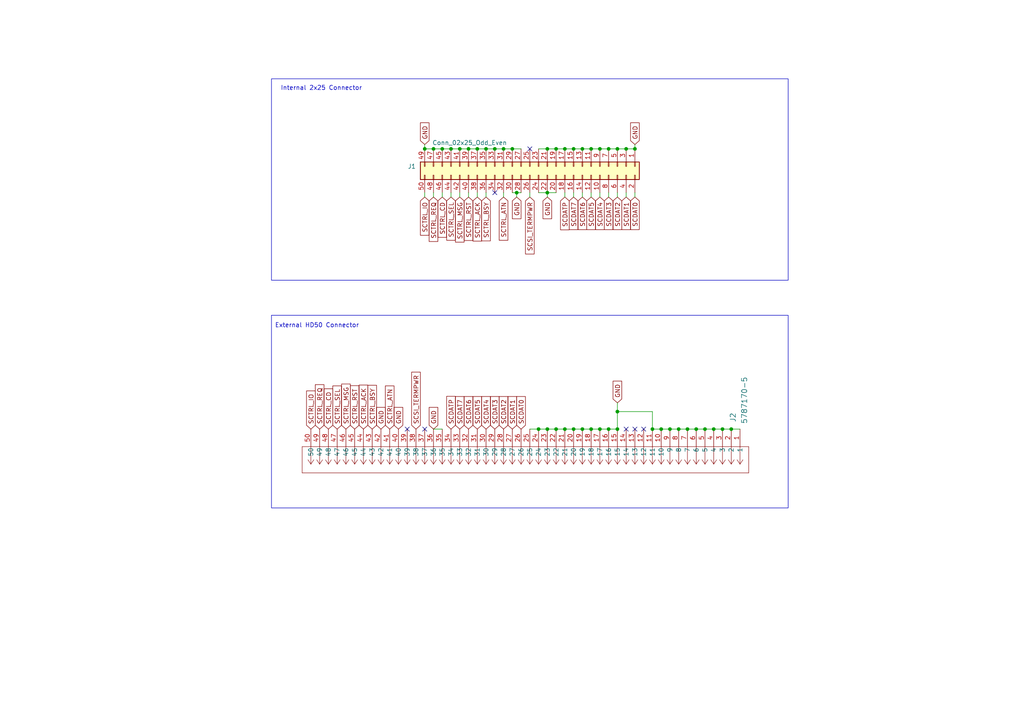
<source format=kicad_sch>
(kicad_sch (version 20250114) (generator "eeschema") (generator_version "9.0")
  (paper "A4")
  (title_block (title "A4092 backpanel PCB") (rev "PROTO0") (company "amiga.technology"))
  (lib_symbols
    (symbol "5787170_5:5787170-5" (pin_names (offset 0.254))
      (property "Reference" "J" (at 8.89 6.35 0))
      (property "Value" "5787170-5" (at 0 0 0))
      (symbol "5787170-5_1_1"
        (polyline (pts (xy 5.08 2.54) (xy 5.08 -127)) (stroke (width 0.127)))
        (polyline (pts (xy 5.08 -127) (xy 12.7 -127)) (stroke (width 0.127)))
        (polyline (pts (xy 10.16 0) (xy 5.08 0)) (stroke (width 0.127)))
        (polyline (pts (xy 10.16 0) (xy 8.89 0.8467)) (stroke (width 0.127)))
        (polyline (pts (xy 10.16 0) (xy 8.89 -0.8467)) (stroke (width 0.127)))
        (polyline (pts (xy 10.16 -2.54) (xy 5.08 -2.54)) (stroke (width 0.127)))
        (polyline (pts (xy 10.16 -2.54) (xy 8.89 -1.6933)) (stroke (width 0.127)))
        (polyline (pts (xy 10.16 -2.54) (xy 8.89 -3.3867)) (stroke (width 0.127)))
        (polyline (pts (xy 10.16 -5.08) (xy 5.08 -5.08)) (stroke (width 0.127)))
        (polyline (pts (xy 10.16 -5.08) (xy 8.89 -4.2333)) (stroke (width 0.127)))
        (polyline (pts (xy 10.16 -5.08) (xy 8.89 -5.9267)) (stroke (width 0.127)))
        (polyline (pts (xy 10.16 -7.62) (xy 5.08 -7.62)) (stroke (width 0.127)))
        (polyline (pts (xy 10.16 -7.62) (xy 8.89 -6.7733)) (stroke (width 0.127)))
        (polyline (pts (xy 10.16 -7.62) (xy 8.89 -8.4667)) (stroke (width 0.127)))
        (polyline (pts (xy 10.16 -10.16) (xy 5.08 -10.16)) (stroke (width 0.127)))
        (polyline (pts (xy 10.16 -10.16) (xy 8.89 -9.3133)) (stroke (width 0.127)))
        (polyline (pts (xy 10.16 -10.16) (xy 8.89 -11.0067)) (stroke (width 0.127)))
        (polyline (pts (xy 10.16 -12.7) (xy 5.08 -12.7)) (stroke (width 0.127)))
        (polyline (pts (xy 10.16 -12.7) (xy 8.89 -11.8533)) (stroke (width 0.127)))
        (polyline (pts (xy 10.16 -12.7) (xy 8.89 -13.5467)) (stroke (width 0.127)))
        (polyline (pts (xy 10.16 -15.24) (xy 5.08 -15.24)) (stroke (width 0.127)))
        (polyline (pts (xy 10.16 -15.24) (xy 8.89 -14.3933)) (stroke (width 0.127)))
        (polyline (pts (xy 10.16 -15.24) (xy 8.89 -16.0867)) (stroke (width 0.127)))
        (polyline (pts (xy 10.16 -17.78) (xy 5.08 -17.78)) (stroke (width 0.127)))
        (polyline (pts (xy 10.16 -17.78) (xy 8.89 -16.9333)) (stroke (width 0.127)))
        (polyline (pts (xy 10.16 -17.78) (xy 8.89 -18.6267)) (stroke (width 0.127)))
        (polyline (pts (xy 10.16 -20.32) (xy 5.08 -20.32)) (stroke (width 0.127)))
        (polyline (pts (xy 10.16 -20.32) (xy 8.89 -19.4733)) (stroke (width 0.127)))
        (polyline (pts (xy 10.16 -20.32) (xy 8.89 -21.1667)) (stroke (width 0.127)))
        (polyline (pts (xy 10.16 -22.86) (xy 5.08 -22.86)) (stroke (width 0.127)))
        (polyline (pts (xy 10.16 -22.86) (xy 8.89 -22.0133)) (stroke (width 0.127)))
        (polyline (pts (xy 10.16 -22.86) (xy 8.89 -23.7067)) (stroke (width 0.127)))
        (polyline (pts (xy 10.16 -25.4) (xy 5.08 -25.4)) (stroke (width 0.127)))
        (polyline (pts (xy 10.16 -25.4) (xy 8.89 -24.5533)) (stroke (width 0.127)))
        (polyline (pts (xy 10.16 -25.4) (xy 8.89 -26.2467)) (stroke (width 0.127)))
        (polyline (pts (xy 10.16 -27.94) (xy 5.08 -27.94)) (stroke (width 0.127)))
        (polyline (pts (xy 10.16 -27.94) (xy 8.89 -27.0933)) (stroke (width 0.127)))
        (polyline (pts (xy 10.16 -27.94) (xy 8.89 -28.7867)) (stroke (width 0.127)))
        (polyline (pts (xy 10.16 -30.48) (xy 5.08 -30.48)) (stroke (width 0.127)))
        (polyline (pts (xy 10.16 -30.48) (xy 8.89 -29.6333)) (stroke (width 0.127)))
        (polyline (pts (xy 10.16 -30.48) (xy 8.89 -31.3267)) (stroke (width 0.127)))
        (polyline (pts (xy 10.16 -33.02) (xy 5.08 -33.02)) (stroke (width 0.127)))
        (polyline (pts (xy 10.16 -33.02) (xy 8.89 -32.1733)) (stroke (width 0.127)))
        (polyline (pts (xy 10.16 -33.02) (xy 8.89 -33.8667)) (stroke (width 0.127)))
        (polyline (pts (xy 10.16 -35.56) (xy 5.08 -35.56)) (stroke (width 0.127)))
        (polyline (pts (xy 10.16 -35.56) (xy 8.89 -34.7133)) (stroke (width 0.127)))
        (polyline (pts (xy 10.16 -35.56) (xy 8.89 -36.4067)) (stroke (width 0.127)))
        (polyline (pts (xy 10.16 -38.1) (xy 5.08 -38.1)) (stroke (width 0.127)))
        (polyline (pts (xy 10.16 -38.1) (xy 8.89 -37.2533)) (stroke (width 0.127)))
        (polyline (pts (xy 10.16 -38.1) (xy 8.89 -38.9467)) (stroke (width 0.127)))
        (polyline (pts (xy 10.16 -40.64) (xy 5.08 -40.64)) (stroke (width 0.127)))
        (polyline (pts (xy 10.16 -40.64) (xy 8.89 -39.7933)) (stroke (width 0.127)))
        (polyline (pts (xy 10.16 -40.64) (xy 8.89 -41.4867)) (stroke (width 0.127)))
        (polyline (pts (xy 10.16 -43.18) (xy 5.08 -43.18)) (stroke (width 0.127)))
        (polyline (pts (xy 10.16 -43.18) (xy 8.89 -42.3333)) (stroke (width 0.127)))
        (polyline (pts (xy 10.16 -43.18) (xy 8.89 -44.0267)) (stroke (width 0.127)))
        (polyline (pts (xy 10.16 -45.72) (xy 5.08 -45.72)) (stroke (width 0.127)))
        (polyline (pts (xy 10.16 -45.72) (xy 8.89 -44.8733)) (stroke (width 0.127)))
        (polyline (pts (xy 10.16 -45.72) (xy 8.89 -46.5667)) (stroke (width 0.127)))
        (polyline (pts (xy 10.16 -48.26) (xy 5.08 -48.26)) (stroke (width 0.127)))
        (polyline (pts (xy 10.16 -48.26) (xy 8.89 -47.4133)) (stroke (width 0.127)))
        (polyline (pts (xy 10.16 -48.26) (xy 8.89 -49.1067)) (stroke (width 0.127)))
        (polyline (pts (xy 10.16 -50.8) (xy 5.08 -50.8)) (stroke (width 0.127)))
        (polyline (pts (xy 10.16 -50.8) (xy 8.89 -49.9533)) (stroke (width 0.127)))
        (polyline (pts (xy 10.16 -50.8) (xy 8.89 -51.6467)) (stroke (width 0.127)))
        (polyline (pts (xy 10.16 -53.34) (xy 5.08 -53.34)) (stroke (width 0.127)))
        (polyline (pts (xy 10.16 -53.34) (xy 8.89 -52.4933)) (stroke (width 0.127)))
        (polyline (pts (xy 10.16 -53.34) (xy 8.89 -54.1867)) (stroke (width 0.127)))
        (polyline (pts (xy 10.16 -55.88) (xy 5.08 -55.88)) (stroke (width 0.127)))
        (polyline (pts (xy 10.16 -55.88) (xy 8.89 -55.0333)) (stroke (width 0.127)))
        (polyline (pts (xy 10.16 -55.88) (xy 8.89 -56.7267)) (stroke (width 0.127)))
        (polyline (pts (xy 10.16 -58.42) (xy 5.08 -58.42)) (stroke (width 0.127)))
        (polyline (pts (xy 10.16 -58.42) (xy 8.89 -57.5733)) (stroke (width 0.127)))
        (polyline (pts (xy 10.16 -58.42) (xy 8.89 -59.2667)) (stroke (width 0.127)))
        (polyline (pts (xy 10.16 -60.96) (xy 5.08 -60.96)) (stroke (width 0.127)))
        (polyline (pts (xy 10.16 -60.96) (xy 8.89 -60.1133)) (stroke (width 0.127)))
        (polyline (pts (xy 10.16 -60.96) (xy 8.89 -61.8067)) (stroke (width 0.127)))
        (polyline (pts (xy 10.16 -63.5) (xy 5.08 -63.5)) (stroke (width 0.127)))
        (polyline (pts (xy 10.16 -63.5) (xy 8.89 -62.6533)) (stroke (width 0.127)))
        (polyline (pts (xy 10.16 -63.5) (xy 8.89 -64.3467)) (stroke (width 0.127)))
        (polyline (pts (xy 10.16 -66.04) (xy 5.08 -66.04)) (stroke (width 0.127)))
        (polyline (pts (xy 10.16 -66.04) (xy 8.89 -65.1933)) (stroke (width 0.127)))
        (polyline (pts (xy 10.16 -66.04) (xy 8.89 -66.8867)) (stroke (width 0.127)))
        (polyline (pts (xy 10.16 -68.58) (xy 5.08 -68.58)) (stroke (width 0.127)))
        (polyline (pts (xy 10.16 -68.58) (xy 8.89 -67.7333)) (stroke (width 0.127)))
        (polyline (pts (xy 10.16 -68.58) (xy 8.89 -69.4267)) (stroke (width 0.127)))
        (polyline (pts (xy 10.16 -71.12) (xy 5.08 -71.12)) (stroke (width 0.127)))
        (polyline (pts (xy 10.16 -71.12) (xy 8.89 -70.2733)) (stroke (width 0.127)))
        (polyline (pts (xy 10.16 -71.12) (xy 8.89 -71.9667)) (stroke (width 0.127)))
        (polyline (pts (xy 10.16 -73.66) (xy 5.08 -73.66)) (stroke (width 0.127)))
        (polyline (pts (xy 10.16 -73.66) (xy 8.89 -72.8133)) (stroke (width 0.127)))
        (polyline (pts (xy 10.16 -73.66) (xy 8.89 -74.5067)) (stroke (width 0.127)))
        (polyline (pts (xy 10.16 -76.2) (xy 5.08 -76.2)) (stroke (width 0.127)))
        (polyline (pts (xy 10.16 -76.2) (xy 8.89 -75.3533)) (stroke (width 0.127)))
        (polyline (pts (xy 10.16 -76.2) (xy 8.89 -77.0467)) (stroke (width 0.127)))
        (polyline (pts (xy 10.16 -78.74) (xy 5.08 -78.74)) (stroke (width 0.127)))
        (polyline (pts (xy 10.16 -78.74) (xy 8.89 -77.8933)) (stroke (width 0.127)))
        (polyline (pts (xy 10.16 -78.74) (xy 8.89 -79.5867)) (stroke (width 0.127)))
        (polyline (pts (xy 10.16 -81.28) (xy 5.08 -81.28)) (stroke (width 0.127)))
        (polyline (pts (xy 10.16 -81.28) (xy 8.89 -80.4333)) (stroke (width 0.127)))
        (polyline (pts (xy 10.16 -81.28) (xy 8.89 -82.1267)) (stroke (width 0.127)))
        (polyline (pts (xy 10.16 -83.82) (xy 5.08 -83.82)) (stroke (width 0.127)))
        (polyline (pts (xy 10.16 -83.82) (xy 8.89 -82.9733)) (stroke (width 0.127)))
        (polyline (pts (xy 10.16 -83.82) (xy 8.89 -84.6667)) (stroke (width 0.127)))
        (polyline (pts (xy 10.16 -86.36) (xy 5.08 -86.36)) (stroke (width 0.127)))
        (polyline (pts (xy 10.16 -86.36) (xy 8.89 -85.5133)) (stroke (width 0.127)))
        (polyline (pts (xy 10.16 -86.36) (xy 8.89 -87.2067)) (stroke (width 0.127)))
        (polyline (pts (xy 10.16 -88.9) (xy 5.08 -88.9)) (stroke (width 0.127)))
        (polyline (pts (xy 10.16 -88.9) (xy 8.89 -88.0533)) (stroke (width 0.127)))
        (polyline (pts (xy 10.16 -88.9) (xy 8.89 -89.7467)) (stroke (width 0.127)))
        (polyline (pts (xy 10.16 -91.44) (xy 5.08 -91.44)) (stroke (width 0.127)))
        (polyline (pts (xy 10.16 -91.44) (xy 8.89 -90.5933)) (stroke (width 0.127)))
        (polyline (pts (xy 10.16 -91.44) (xy 8.89 -92.2867)) (stroke (width 0.127)))
        (polyline (pts (xy 10.16 -93.98) (xy 5.08 -93.98)) (stroke (width 0.127)))
        (polyline (pts (xy 10.16 -93.98) (xy 8.89 -93.1333)) (stroke (width 0.127)))
        (polyline (pts (xy 10.16 -93.98) (xy 8.89 -94.8267)) (stroke (width 0.127)))
        (polyline (pts (xy 10.16 -96.52) (xy 5.08 -96.52)) (stroke (width 0.127)))
        (polyline (pts (xy 10.16 -96.52) (xy 8.89 -95.6733)) (stroke (width 0.127)))
        (polyline (pts (xy 10.16 -96.52) (xy 8.89 -97.3667)) (stroke (width 0.127)))
        (polyline (pts (xy 10.16 -99.06) (xy 5.08 -99.06)) (stroke (width 0.127)))
        (polyline (pts (xy 10.16 -99.06) (xy 8.89 -98.2133)) (stroke (width 0.127)))
        (polyline (pts (xy 10.16 -99.06) (xy 8.89 -99.9067)) (stroke (width 0.127)))
        (polyline (pts (xy 10.16 -101.6) (xy 5.08 -101.6)) (stroke (width 0.127)))
        (polyline (pts (xy 10.16 -101.6) (xy 8.89 -100.7533)) (stroke (width 0.127)))
        (polyline (pts (xy 10.16 -101.6) (xy 8.89 -102.4467)) (stroke (width 0.127)))
        (polyline (pts (xy 10.16 -104.14) (xy 5.08 -104.14)) (stroke (width 0.127)))
        (polyline (pts (xy 10.16 -104.14) (xy 8.89 -103.2933)) (stroke (width 0.127)))
        (polyline (pts (xy 10.16 -104.14) (xy 8.89 -104.9867)) (stroke (width 0.127)))
        (polyline (pts (xy 10.16 -106.68) (xy 5.08 -106.68)) (stroke (width 0.127)))
        (polyline (pts (xy 10.16 -106.68) (xy 8.89 -105.8333)) (stroke (width 0.127)))
        (polyline (pts (xy 10.16 -106.68) (xy 8.89 -107.5267)) (stroke (width 0.127)))
        (polyline (pts (xy 10.16 -109.22) (xy 5.08 -109.22)) (stroke (width 0.127)))
        (polyline (pts (xy 10.16 -109.22) (xy 8.89 -108.3733)) (stroke (width 0.127)))
        (polyline (pts (xy 10.16 -109.22) (xy 8.89 -110.0667)) (stroke (width 0.127)))
        (polyline (pts (xy 10.16 -111.76) (xy 5.08 -111.76)) (stroke (width 0.127)))
        (polyline (pts (xy 10.16 -111.76) (xy 8.89 -110.9133)) (stroke (width 0.127)))
        (polyline (pts (xy 10.16 -111.76) (xy 8.89 -112.6067)) (stroke (width 0.127)))
        (polyline (pts (xy 10.16 -114.3) (xy 5.08 -114.3)) (stroke (width 0.127)))
        (polyline (pts (xy 10.16 -114.3) (xy 8.89 -113.4533)) (stroke (width 0.127)))
        (polyline (pts (xy 10.16 -114.3) (xy 8.89 -115.1467)) (stroke (width 0.127)))
        (polyline (pts (xy 10.16 -116.84) (xy 5.08 -116.84)) (stroke (width 0.127)))
        (polyline (pts (xy 10.16 -116.84) (xy 8.89 -115.9933)) (stroke (width 0.127)))
        (polyline (pts (xy 10.16 -116.84) (xy 8.89 -117.6867)) (stroke (width 0.127)))
        (polyline (pts (xy 10.16 -119.38) (xy 5.08 -119.38)) (stroke (width 0.127)))
        (polyline (pts (xy 10.16 -119.38) (xy 8.89 -118.5333)) (stroke (width 0.127)))
        (polyline (pts (xy 10.16 -119.38) (xy 8.89 -120.2267)) (stroke (width 0.127)))
        (polyline (pts (xy 10.16 -121.92) (xy 5.08 -121.92)) (stroke (width 0.127)))
        (polyline (pts (xy 10.16 -121.92) (xy 8.89 -121.0733)) (stroke (width 0.127)))
        (polyline (pts (xy 10.16 -121.92) (xy 8.89 -122.7667)) (stroke (width 0.127)))
        (polyline (pts (xy 10.16 -124.46) (xy 5.08 -124.46)) (stroke (width 0.127)))
        (polyline (pts (xy 10.16 -124.46) (xy 8.89 -123.6133)) (stroke (width 0.127)))
        (polyline (pts (xy 10.16 -124.46) (xy 8.89 -125.3067)) (stroke (width 0.127)))
        (polyline (pts (xy 12.7 2.54) (xy 5.08 2.54)) (stroke (width 0.127)))
        (polyline (pts (xy 12.7 -127) (xy 12.7 2.54)) (stroke (width 0.127)))
        (pin unspecified line (at 0 0 0) (length 5.08) (name "1") (number "1"))
        (pin unspecified line (at 0 -2.54 0) (length 5.08) (name "2") (number "2"))
        (pin unspecified line (at 0 -5.08 0) (length 5.08) (name "3") (number "3"))
        (pin unspecified line (at 0 -7.62 0) (length 5.08) (name "4") (number "4"))
        (pin unspecified line (at 0 -10.16 0) (length 5.08) (name "5") (number "5"))
        (pin unspecified line (at 0 -12.7 0) (length 5.08) (name "6") (number "6"))
        (pin unspecified line (at 0 -15.24 0) (length 5.08) (name "7") (number "7"))
        (pin unspecified line (at 0 -17.78 0) (length 5.08) (name "8") (number "8"))
        (pin unspecified line (at 0 -20.32 0) (length 5.08) (name "9") (number "9"))
        (pin unspecified line (at 0 -22.86 0) (length 5.08) (name "10") (number "10"))
        (pin unspecified line (at 0 -25.4 0) (length 5.08) (name "11") (number "11"))
        (pin unspecified line (at 0 -27.94 0) (length 5.08) (name "12") (number "12"))
        (pin unspecified line (at 0 -30.48 0) (length 5.08) (name "13") (number "13"))
        (pin unspecified line (at 0 -33.02 0) (length 5.08) (name "14") (number "14"))
        (pin unspecified line (at 0 -35.56 0) (length 5.08) (name "15") (number "15"))
        (pin unspecified line (at 0 -38.1 0) (length 5.08) (name "16") (number "16"))
        (pin unspecified line (at 0 -40.64 0) (length 5.08) (name "17") (number "17"))
        (pin unspecified line (at 0 -43.18 0) (length 5.08) (name "18") (number "18"))
        (pin unspecified line (at 0 -45.72 0) (length 5.08) (name "19") (number "19"))
        (pin unspecified line (at 0 -48.26 0) (length 5.08) (name "20") (number "20"))
        (pin unspecified line (at 0 -50.8 0) (length 5.08) (name "21") (number "21"))
        (pin unspecified line (at 0 -53.34 0) (length 5.08) (name "22") (number "22"))
        (pin unspecified line (at 0 -55.88 0) (length 5.08) (name "23") (number "23"))
        (pin unspecified line (at 0 -58.42 0) (length 5.08) (name "24") (number "24"))
        (pin unspecified line (at 0 -60.96 0) (length 5.08) (name "25") (number "25"))
        (pin unspecified line (at 0 -63.5 0) (length 5.08) (name "26") (number "26"))
        (pin unspecified line (at 0 -66.04 0) (length 5.08) (name "27") (number "27"))
        (pin unspecified line (at 0 -68.58 0) (length 5.08) (name "28") (number "28"))
        (pin unspecified line (at 0 -71.12 0) (length 5.08) (name "29") (number "29"))
        (pin unspecified line (at 0 -73.66 0) (length 5.08) (name "30") (number "30"))
        (pin unspecified line (at 0 -76.2 0) (length 5.08) (name "31") (number "31"))
        (pin unspecified line (at 0 -78.74 0) (length 5.08) (name "32") (number "32"))
        (pin unspecified line (at 0 -81.28 0) (length 5.08) (name "33") (number "33"))
        (pin unspecified line (at 0 -83.82 0) (length 5.08) (name "34") (number "34"))
        (pin unspecified line (at 0 -86.36 0) (length 5.08) (name "35") (number "35"))
        (pin unspecified line (at 0 -88.9 0) (length 5.08) (name "36") (number "36"))
        (pin unspecified line (at 0 -91.44 0) (length 5.08) (name "37") (number "37"))
        (pin unspecified line (at 0 -93.98 0) (length 5.08) (name "38") (number "38"))
        (pin unspecified line (at 0 -96.52 0) (length 5.08) (name "39") (number "39"))
        (pin unspecified line (at 0 -99.06 0) (length 5.08) (name "40") (number "40"))
        (pin unspecified line (at 0 -101.6 0) (length 5.08) (name "41") (number "41"))
        (pin unspecified line (at 0 -104.14 0) (length 5.08) (name "42") (number "42"))
        (pin unspecified line (at 0 -106.68 0) (length 5.08) (name "43") (number "43"))
        (pin unspecified line (at 0 -109.22 0) (length 5.08) (name "44") (number "44"))
        (pin unspecified line (at 0 -111.76 0) (length 5.08) (name "45") (number "45"))
        (pin unspecified line (at 0 -114.3 0) (length 5.08) (name "46") (number "46"))
        (pin unspecified line (at 0 -116.84 0) (length 5.08) (name "47") (number "47"))
        (pin unspecified line (at 0 -119.38 0) (length 5.08) (name "48") (number "48"))
        (pin unspecified line (at 0 -121.92 0) (length 5.08) (name "49") (number "49"))
        (pin unspecified line (at 0 -124.46 0) (length 5.08) (name "50") (number "50"))
      )
      (symbol "5787170-5_1_2"
        (polyline (pts (xy 5.08 2.54) (xy 5.08 -127)) (stroke (width 0.127)))
        (polyline (pts (xy 5.08 -127) (xy 12.7 -127)) (stroke (width 0.127)))
        (polyline (pts (xy 7.62 0) (xy 5.08 0)) (stroke (width 0.127)))
        (polyline (pts (xy 7.62 0) (xy 8.89 0.8467)) (stroke (width 0.127)))
        (polyline (pts (xy 7.62 0) (xy 8.89 -0.8467)) (stroke (width 0.127)))
        (polyline (pts (xy 7.62 -2.54) (xy 5.08 -2.54)) (stroke (width 0.127)))
        (polyline (pts (xy 7.62 -2.54) (xy 8.89 -1.6933)) (stroke (width 0.127)))
        (polyline (pts (xy 7.62 -2.54) (xy 8.89 -3.3867)) (stroke (width 0.127)))
        (polyline (pts (xy 7.62 -5.08) (xy 5.08 -5.08)) (stroke (width 0.127)))
        (polyline (pts (xy 7.62 -5.08) (xy 8.89 -4.2333)) (stroke (width 0.127)))
        (polyline (pts (xy 7.62 -5.08) (xy 8.89 -5.9267)) (stroke (width 0.127)))
        (polyline (pts (xy 7.62 -7.62) (xy 5.08 -7.62)) (stroke (width 0.127)))
        (polyline (pts (xy 7.62 -7.62) (xy 8.89 -6.7733)) (stroke (width 0.127)))
        (polyline (pts (xy 7.62 -7.62) (xy 8.89 -8.4667)) (stroke (width 0.127)))
        (polyline (pts (xy 7.62 -10.16) (xy 5.08 -10.16)) (stroke (width 0.127)))
        (polyline (pts (xy 7.62 -10.16) (xy 8.89 -9.3133)) (stroke (width 0.127)))
        (polyline (pts (xy 7.62 -10.16) (xy 8.89 -11.0067)) (stroke (width 0.127)))
        (polyline (pts (xy 7.62 -12.7) (xy 5.08 -12.7)) (stroke (width 0.127)))
        (polyline (pts (xy 7.62 -12.7) (xy 8.89 -11.8533)) (stroke (width 0.127)))
        (polyline (pts (xy 7.62 -12.7) (xy 8.89 -13.5467)) (stroke (width 0.127)))
        (polyline (pts (xy 7.62 -15.24) (xy 5.08 -15.24)) (stroke (width 0.127)))
        (polyline (pts (xy 7.62 -15.24) (xy 8.89 -14.3933)) (stroke (width 0.127)))
        (polyline (pts (xy 7.62 -15.24) (xy 8.89 -16.0867)) (stroke (width 0.127)))
        (polyline (pts (xy 7.62 -17.78) (xy 5.08 -17.78)) (stroke (width 0.127)))
        (polyline (pts (xy 7.62 -17.78) (xy 8.89 -16.9333)) (stroke (width 0.127)))
        (polyline (pts (xy 7.62 -17.78) (xy 8.89 -18.6267)) (stroke (width 0.127)))
        (polyline (pts (xy 7.62 -20.32) (xy 5.08 -20.32)) (stroke (width 0.127)))
        (polyline (pts (xy 7.62 -20.32) (xy 8.89 -19.4733)) (stroke (width 0.127)))
        (polyline (pts (xy 7.62 -20.32) (xy 8.89 -21.1667)) (stroke (width 0.127)))
        (polyline (pts (xy 7.62 -22.86) (xy 5.08 -22.86)) (stroke (width 0.127)))
        (polyline (pts (xy 7.62 -22.86) (xy 8.89 -22.0133)) (stroke (width 0.127)))
        (polyline (pts (xy 7.62 -22.86) (xy 8.89 -23.7067)) (stroke (width 0.127)))
        (polyline (pts (xy 7.62 -25.4) (xy 5.08 -25.4)) (stroke (width 0.127)))
        (polyline (pts (xy 7.62 -25.4) (xy 8.89 -24.5533)) (stroke (width 0.127)))
        (polyline (pts (xy 7.62 -25.4) (xy 8.89 -26.2467)) (stroke (width 0.127)))
        (polyline (pts (xy 7.62 -27.94) (xy 5.08 -27.94)) (stroke (width 0.127)))
        (polyline (pts (xy 7.62 -27.94) (xy 8.89 -27.0933)) (stroke (width 0.127)))
        (polyline (pts (xy 7.62 -27.94) (xy 8.89 -28.7867)) (stroke (width 0.127)))
        (polyline (pts (xy 7.62 -30.48) (xy 5.08 -30.48)) (stroke (width 0.127)))
        (polyline (pts (xy 7.62 -30.48) (xy 8.89 -29.6333)) (stroke (width 0.127)))
        (polyline (pts (xy 7.62 -30.48) (xy 8.89 -31.3267)) (stroke (width 0.127)))
        (polyline (pts (xy 7.62 -33.02) (xy 5.08 -33.02)) (stroke (width 0.127)))
        (polyline (pts (xy 7.62 -33.02) (xy 8.89 -32.1733)) (stroke (width 0.127)))
        (polyline (pts (xy 7.62 -33.02) (xy 8.89 -33.8667)) (stroke (width 0.127)))
        (polyline (pts (xy 7.62 -35.56) (xy 5.08 -35.56)) (stroke (width 0.127)))
        (polyline (pts (xy 7.62 -35.56) (xy 8.89 -34.7133)) (stroke (width 0.127)))
        (polyline (pts (xy 7.62 -35.56) (xy 8.89 -36.4067)) (stroke (width 0.127)))
        (polyline (pts (xy 7.62 -38.1) (xy 5.08 -38.1)) (stroke (width 0.127)))
        (polyline (pts (xy 7.62 -38.1) (xy 8.89 -37.2533)) (stroke (width 0.127)))
        (polyline (pts (xy 7.62 -38.1) (xy 8.89 -38.9467)) (stroke (width 0.127)))
        (polyline (pts (xy 7.62 -40.64) (xy 5.08 -40.64)) (stroke (width 0.127)))
        (polyline (pts (xy 7.62 -40.64) (xy 8.89 -39.7933)) (stroke (width 0.127)))
        (polyline (pts (xy 7.62 -40.64) (xy 8.89 -41.4867)) (stroke (width 0.127)))
        (polyline (pts (xy 7.62 -43.18) (xy 5.08 -43.18)) (stroke (width 0.127)))
        (polyline (pts (xy 7.62 -43.18) (xy 8.89 -42.3333)) (stroke (width 0.127)))
        (polyline (pts (xy 7.62 -43.18) (xy 8.89 -44.0267)) (stroke (width 0.127)))
        (polyline (pts (xy 7.62 -45.72) (xy 5.08 -45.72)) (stroke (width 0.127)))
        (polyline (pts (xy 7.62 -45.72) (xy 8.89 -44.8733)) (stroke (width 0.127)))
        (polyline (pts (xy 7.62 -45.72) (xy 8.89 -46.5667)) (stroke (width 0.127)))
        (polyline (pts (xy 7.62 -48.26) (xy 5.08 -48.26)) (stroke (width 0.127)))
        (polyline (pts (xy 7.62 -48.26) (xy 8.89 -47.4133)) (stroke (width 0.127)))
        (polyline (pts (xy 7.62 -48.26) (xy 8.89 -49.1067)) (stroke (width 0.127)))
        (polyline (pts (xy 7.62 -50.8) (xy 5.08 -50.8)) (stroke (width 0.127)))
        (polyline (pts (xy 7.62 -50.8) (xy 8.89 -49.9533)) (stroke (width 0.127)))
        (polyline (pts (xy 7.62 -50.8) (xy 8.89 -51.6467)) (stroke (width 0.127)))
        (polyline (pts (xy 7.62 -53.34) (xy 5.08 -53.34)) (stroke (width 0.127)))
        (polyline (pts (xy 7.62 -53.34) (xy 8.89 -52.4933)) (stroke (width 0.127)))
        (polyline (pts (xy 7.62 -53.34) (xy 8.89 -54.1867)) (stroke (width 0.127)))
        (polyline (pts (xy 7.62 -55.88) (xy 5.08 -55.88)) (stroke (width 0.127)))
        (polyline (pts (xy 7.62 -55.88) (xy 8.89 -55.0333)) (stroke (width 0.127)))
        (polyline (pts (xy 7.62 -55.88) (xy 8.89 -56.7267)) (stroke (width 0.127)))
        (polyline (pts (xy 7.62 -58.42) (xy 5.08 -58.42)) (stroke (width 0.127)))
        (polyline (pts (xy 7.62 -58.42) (xy 8.89 -57.5733)) (stroke (width 0.127)))
        (polyline (pts (xy 7.62 -58.42) (xy 8.89 -59.2667)) (stroke (width 0.127)))
        (polyline (pts (xy 7.62 -60.96) (xy 5.08 -60.96)) (stroke (width 0.127)))
        (polyline (pts (xy 7.62 -60.96) (xy 8.89 -60.1133)) (stroke (width 0.127)))
        (polyline (pts (xy 7.62 -60.96) (xy 8.89 -61.8067)) (stroke (width 0.127)))
        (polyline (pts (xy 7.62 -63.5) (xy 5.08 -63.5)) (stroke (width 0.127)))
        (polyline (pts (xy 7.62 -63.5) (xy 8.89 -62.6533)) (stroke (width 0.127)))
        (polyline (pts (xy 7.62 -63.5) (xy 8.89 -64.3467)) (stroke (width 0.127)))
        (polyline (pts (xy 7.62 -66.04) (xy 5.08 -66.04)) (stroke (width 0.127)))
        (polyline (pts (xy 7.62 -66.04) (xy 8.89 -65.1933)) (stroke (width 0.127)))
        (polyline (pts (xy 7.62 -66.04) (xy 8.89 -66.8867)) (stroke (width 0.127)))
        (polyline (pts (xy 7.62 -68.58) (xy 5.08 -68.58)) (stroke (width 0.127)))
        (polyline (pts (xy 7.62 -68.58) (xy 8.89 -67.7333)) (stroke (width 0.127)))
        (polyline (pts (xy 7.62 -68.58) (xy 8.89 -69.4267)) (stroke (width 0.127)))
        (polyline (pts (xy 7.62 -71.12) (xy 5.08 -71.12)) (stroke (width 0.127)))
        (polyline (pts (xy 7.62 -71.12) (xy 8.89 -70.2733)) (stroke (width 0.127)))
        (polyline (pts (xy 7.62 -71.12) (xy 8.89 -71.9667)) (stroke (width 0.127)))
        (polyline (pts (xy 7.62 -73.66) (xy 5.08 -73.66)) (stroke (width 0.127)))
        (polyline (pts (xy 7.62 -73.66) (xy 8.89 -72.8133)) (stroke (width 0.127)))
        (polyline (pts (xy 7.62 -73.66) (xy 8.89 -74.5067)) (stroke (width 0.127)))
        (polyline (pts (xy 7.62 -76.2) (xy 5.08 -76.2)) (stroke (width 0.127)))
        (polyline (pts (xy 7.62 -76.2) (xy 8.89 -75.3533)) (stroke (width 0.127)))
        (polyline (pts (xy 7.62 -76.2) (xy 8.89 -77.0467)) (stroke (width 0.127)))
        (polyline (pts (xy 7.62 -78.74) (xy 5.08 -78.74)) (stroke (width 0.127)))
        (polyline (pts (xy 7.62 -78.74) (xy 8.89 -77.8933)) (stroke (width 0.127)))
        (polyline (pts (xy 7.62 -78.74) (xy 8.89 -79.5867)) (stroke (width 0.127)))
        (polyline (pts (xy 7.62 -81.28) (xy 5.08 -81.28)) (stroke (width 0.127)))
        (polyline (pts (xy 7.62 -81.28) (xy 8.89 -80.4333)) (stroke (width 0.127)))
        (polyline (pts (xy 7.62 -81.28) (xy 8.89 -82.1267)) (stroke (width 0.127)))
        (polyline (pts (xy 7.62 -83.82) (xy 5.08 -83.82)) (stroke (width 0.127)))
        (polyline (pts (xy 7.62 -83.82) (xy 8.89 -82.9733)) (stroke (width 0.127)))
        (polyline (pts (xy 7.62 -83.82) (xy 8.89 -84.6667)) (stroke (width 0.127)))
        (polyline (pts (xy 7.62 -86.36) (xy 5.08 -86.36)) (stroke (width 0.127)))
        (polyline (pts (xy 7.62 -86.36) (xy 8.89 -85.5133)) (stroke (width 0.127)))
        (polyline (pts (xy 7.62 -86.36) (xy 8.89 -87.2067)) (stroke (width 0.127)))
        (polyline (pts (xy 7.62 -88.9) (xy 5.08 -88.9)) (stroke (width 0.127)))
        (polyline (pts (xy 7.62 -88.9) (xy 8.89 -88.0533)) (stroke (width 0.127)))
        (polyline (pts (xy 7.62 -88.9) (xy 8.89 -89.7467)) (stroke (width 0.127)))
        (polyline (pts (xy 7.62 -91.44) (xy 5.08 -91.44)) (stroke (width 0.127)))
        (polyline (pts (xy 7.62 -91.44) (xy 8.89 -90.5933)) (stroke (width 0.127)))
        (polyline (pts (xy 7.62 -91.44) (xy 8.89 -92.2867)) (stroke (width 0.127)))
        (polyline (pts (xy 7.62 -93.98) (xy 5.08 -93.98)) (stroke (width 0.127)))
        (polyline (pts (xy 7.62 -93.98) (xy 8.89 -93.1333)) (stroke (width 0.127)))
        (polyline (pts (xy 7.62 -93.98) (xy 8.89 -94.8267)) (stroke (width 0.127)))
        (polyline (pts (xy 7.62 -96.52) (xy 5.08 -96.52)) (stroke (width 0.127)))
        (polyline (pts (xy 7.62 -96.52) (xy 8.89 -95.6733)) (stroke (width 0.127)))
        (polyline (pts (xy 7.62 -96.52) (xy 8.89 -97.3667)) (stroke (width 0.127)))
        (polyline (pts (xy 7.62 -99.06) (xy 5.08 -99.06)) (stroke (width 0.127)))
        (polyline (pts (xy 7.62 -99.06) (xy 8.89 -98.2133)) (stroke (width 0.127)))
        (polyline (pts (xy 7.62 -99.06) (xy 8.89 -99.9067)) (stroke (width 0.127)))
        (polyline (pts (xy 7.62 -101.6) (xy 5.08 -101.6)) (stroke (width 0.127)))
        (polyline (pts (xy 7.62 -101.6) (xy 8.89 -100.7533)) (stroke (width 0.127)))
        (polyline (pts (xy 7.62 -101.6) (xy 8.89 -102.4467)) (stroke (width 0.127)))
        (polyline (pts (xy 7.62 -104.14) (xy 5.08 -104.14)) (stroke (width 0.127)))
        (polyline (pts (xy 7.62 -104.14) (xy 8.89 -103.2933)) (stroke (width 0.127)))
        (polyline (pts (xy 7.62 -104.14) (xy 8.89 -104.9867)) (stroke (width 0.127)))
        (polyline (pts (xy 7.62 -106.68) (xy 5.08 -106.68)) (stroke (width 0.127)))
        (polyline (pts (xy 7.62 -106.68) (xy 8.89 -105.8333)) (stroke (width 0.127)))
        (polyline (pts (xy 7.62 -106.68) (xy 8.89 -107.5267)) (stroke (width 0.127)))
        (polyline (pts (xy 7.62 -109.22) (xy 5.08 -109.22)) (stroke (width 0.127)))
        (polyline (pts (xy 7.62 -109.22) (xy 8.89 -108.3733)) (stroke (width 0.127)))
        (polyline (pts (xy 7.62 -109.22) (xy 8.89 -110.0667)) (stroke (width 0.127)))
        (polyline (pts (xy 7.62 -111.76) (xy 5.08 -111.76)) (stroke (width 0.127)))
        (polyline (pts (xy 7.62 -111.76) (xy 8.89 -110.9133)) (stroke (width 0.127)))
        (polyline (pts (xy 7.62 -111.76) (xy 8.89 -112.6067)) (stroke (width 0.127)))
        (polyline (pts (xy 7.62 -114.3) (xy 5.08 -114.3)) (stroke (width 0.127)))
        (polyline (pts (xy 7.62 -114.3) (xy 8.89 -113.4533)) (stroke (width 0.127)))
        (polyline (pts (xy 7.62 -114.3) (xy 8.89 -115.1467)) (stroke (width 0.127)))
        (polyline (pts (xy 7.62 -116.84) (xy 5.08 -116.84)) (stroke (width 0.127)))
        (polyline (pts (xy 7.62 -116.84) (xy 8.89 -115.9933)) (stroke (width 0.127)))
        (polyline (pts (xy 7.62 -116.84) (xy 8.89 -117.6867)) (stroke (width 0.127)))
        (polyline (pts (xy 7.62 -119.38) (xy 5.08 -119.38)) (stroke (width 0.127)))
        (polyline (pts (xy 7.62 -119.38) (xy 8.89 -118.5333)) (stroke (width 0.127)))
        (polyline (pts (xy 7.62 -119.38) (xy 8.89 -120.2267)) (stroke (width 0.127)))
        (polyline (pts (xy 7.62 -121.92) (xy 5.08 -121.92)) (stroke (width 0.127)))
        (polyline (pts (xy 7.62 -121.92) (xy 8.89 -121.0733)) (stroke (width 0.127)))
        (polyline (pts (xy 7.62 -121.92) (xy 8.89 -122.7667)) (stroke (width 0.127)))
        (polyline (pts (xy 7.62 -124.46) (xy 5.08 -124.46)) (stroke (width 0.127)))
        (polyline (pts (xy 7.62 -124.46) (xy 8.89 -123.6133)) (stroke (width 0.127)))
        (polyline (pts (xy 7.62 -124.46) (xy 8.89 -125.3067)) (stroke (width 0.127)))
        (polyline (pts (xy 12.7 2.54) (xy 5.08 2.54)) (stroke (width 0.127)))
        (polyline (pts (xy 12.7 -127) (xy 12.7 2.54)) (stroke (width 0.127)))
        (pin unspecified line (at 0 0 0) (length 5.08) (name "1") (number "1"))
        (pin unspecified line (at 0 -2.54 0) (length 5.08) (name "2") (number "2"))
        (pin unspecified line (at 0 -5.08 0) (length 5.08) (name "3") (number "3"))
        (pin unspecified line (at 0 -7.62 0) (length 5.08) (name "4") (number "4"))
        (pin unspecified line (at 0 -10.16 0) (length 5.08) (name "5") (number "5"))
        (pin unspecified line (at 0 -12.7 0) (length 5.08) (name "6") (number "6"))
        (pin unspecified line (at 0 -15.24 0) (length 5.08) (name "7") (number "7"))
        (pin unspecified line (at 0 -17.78 0) (length 5.08) (name "8") (number "8"))
        (pin unspecified line (at 0 -20.32 0) (length 5.08) (name "9") (number "9"))
        (pin unspecified line (at 0 -22.86 0) (length 5.08) (name "10") (number "10"))
        (pin unspecified line (at 0 -25.4 0) (length 5.08) (name "11") (number "11"))
        (pin unspecified line (at 0 -27.94 0) (length 5.08) (name "12") (number "12"))
        (pin unspecified line (at 0 -30.48 0) (length 5.08) (name "13") (number "13"))
        (pin unspecified line (at 0 -33.02 0) (length 5.08) (name "14") (number "14"))
        (pin unspecified line (at 0 -35.56 0) (length 5.08) (name "15") (number "15"))
        (pin unspecified line (at 0 -38.1 0) (length 5.08) (name "16") (number "16"))
        (pin unspecified line (at 0 -40.64 0) (length 5.08) (name "17") (number "17"))
        (pin unspecified line (at 0 -43.18 0) (length 5.08) (name "18") (number "18"))
        (pin unspecified line (at 0 -45.72 0) (length 5.08) (name "19") (number "19"))
        (pin unspecified line (at 0 -48.26 0) (length 5.08) (name "20") (number "20"))
        (pin unspecified line (at 0 -50.8 0) (length 5.08) (name "21") (number "21"))
        (pin unspecified line (at 0 -53.34 0) (length 5.08) (name "22") (number "22"))
        (pin unspecified line (at 0 -55.88 0) (length 5.08) (name "23") (number "23"))
        (pin unspecified line (at 0 -58.42 0) (length 5.08) (name "24") (number "24"))
        (pin unspecified line (at 0 -60.96 0) (length 5.08) (name "25") (number "25"))
        (pin unspecified line (at 0 -63.5 0) (length 5.08) (name "26") (number "26"))
        (pin unspecified line (at 0 -66.04 0) (length 5.08) (name "27") (number "27"))
        (pin unspecified line (at 0 -68.58 0) (length 5.08) (name "28") (number "28"))
        (pin unspecified line (at 0 -71.12 0) (length 5.08) (name "29") (number "29"))
        (pin unspecified line (at 0 -73.66 0) (length 5.08) (name "30") (number "30"))
        (pin unspecified line (at 0 -76.2 0) (length 5.08) (name "31") (number "31"))
        (pin unspecified line (at 0 -78.74 0) (length 5.08) (name "32") (number "32"))
        (pin unspecified line (at 0 -81.28 0) (length 5.08) (name "33") (number "33"))
        (pin unspecified line (at 0 -83.82 0) (length 5.08) (name "34") (number "34"))
        (pin unspecified line (at 0 -86.36 0) (length 5.08) (name "35") (number "35"))
        (pin unspecified line (at 0 -88.9 0) (length 5.08) (name "36") (number "36"))
        (pin unspecified line (at 0 -91.44 0) (length 5.08) (name "37") (number "37"))
        (pin unspecified line (at 0 -93.98 0) (length 5.08) (name "38") (number "38"))
        (pin unspecified line (at 0 -96.52 0) (length 5.08) (name "39") (number "39"))
        (pin unspecified line (at 0 -99.06 0) (length 5.08) (name "40") (number "40"))
        (pin unspecified line (at 0 -101.6 0) (length 5.08) (name "41") (number "41"))
        (pin unspecified line (at 0 -104.14 0) (length 5.08) (name "42") (number "42"))
        (pin unspecified line (at 0 -106.68 0) (length 5.08) (name "43") (number "43"))
        (pin unspecified line (at 0 -109.22 0) (length 5.08) (name "44") (number "44"))
        (pin unspecified line (at 0 -111.76 0) (length 5.08) (name "45") (number "45"))
        (pin unspecified line (at 0 -114.3 0) (length 5.08) (name "46") (number "46"))
        (pin unspecified line (at 0 -116.84 0) (length 5.08) (name "47") (number "47"))
        (pin unspecified line (at 0 -119.38 0) (length 5.08) (name "48") (number "48"))
        (pin unspecified line (at 0 -121.92 0) (length 5.08) (name "49") (number "49"))
        (pin unspecified line (at 0 -124.46 0) (length 5.08) (name "50") (number "50"))
      )
    )
    (symbol "Connector_Generic:Conn_02x25_Odd_Even" (pin_names (offset 1.016) (hide yes))
      (property "Reference" "J" (at 1.27 33.02 0))
      (property "Value" "Conn_02x25_Odd_Even" (at 1.27 -33.02 0))
      (symbol "Conn_02x25_Odd_Even_1_1"
        (rectangle (start -1.27 31.75) (end 3.81 -31.75) (stroke (width 0.254)) (fill (type background)))
        (rectangle (start -1.27 30.607) (end 0 30.353) (stroke (width 0.1524)))
        (rectangle (start -1.27 28.067) (end 0 27.813) (stroke (width 0.1524)))
        (rectangle (start -1.27 25.527) (end 0 25.273) (stroke (width 0.1524)))
        (rectangle (start -1.27 22.987) (end 0 22.733) (stroke (width 0.1524)))
        (rectangle (start -1.27 20.447) (end 0 20.193) (stroke (width 0.1524)))
        (rectangle (start -1.27 17.907) (end 0 17.653) (stroke (width 0.1524)))
        (rectangle (start -1.27 15.367) (end 0 15.113) (stroke (width 0.1524)))
        (rectangle (start -1.27 12.827) (end 0 12.573) (stroke (width 0.1524)))
        (rectangle (start -1.27 10.287) (end 0 10.033) (stroke (width 0.1524)))
        (rectangle (start -1.27 7.747) (end 0 7.493) (stroke (width 0.1524)))
        (rectangle (start -1.27 5.207) (end 0 4.953) (stroke (width 0.1524)))
        (rectangle (start -1.27 2.667) (end 0 2.413) (stroke (width 0.1524)))
        (rectangle (start -1.27 0.127) (end 0 -0.127) (stroke (width 0.1524)))
        (rectangle (start -1.27 -2.413) (end 0 -2.667) (stroke (width 0.1524)))
        (rectangle (start -1.27 -4.953) (end 0 -5.207) (stroke (width 0.1524)))
        (rectangle (start -1.27 -7.493) (end 0 -7.747) (stroke (width 0.1524)))
        (rectangle (start -1.27 -10.033) (end 0 -10.287) (stroke (width 0.1524)))
        (rectangle (start -1.27 -12.573) (end 0 -12.827) (stroke (width 0.1524)))
        (rectangle (start -1.27 -15.113) (end 0 -15.367) (stroke (width 0.1524)))
        (rectangle (start -1.27 -17.653) (end 0 -17.907) (stroke (width 0.1524)))
        (rectangle (start -1.27 -20.193) (end 0 -20.447) (stroke (width 0.1524)))
        (rectangle (start -1.27 -22.733) (end 0 -22.987) (stroke (width 0.1524)))
        (rectangle (start -1.27 -25.273) (end 0 -25.527) (stroke (width 0.1524)))
        (rectangle (start -1.27 -27.813) (end 0 -28.067) (stroke (width 0.1524)))
        (rectangle (start -1.27 -30.353) (end 0 -30.607) (stroke (width 0.1524)))
        (rectangle (start 3.81 30.607) (end 2.54 30.353) (stroke (width 0.1524)))
        (rectangle (start 3.81 28.067) (end 2.54 27.813) (stroke (width 0.1524)))
        (rectangle (start 3.81 25.527) (end 2.54 25.273) (stroke (width 0.1524)))
        (rectangle (start 3.81 22.987) (end 2.54 22.733) (stroke (width 0.1524)))
        (rectangle (start 3.81 20.447) (end 2.54 20.193) (stroke (width 0.1524)))
        (rectangle (start 3.81 17.907) (end 2.54 17.653) (stroke (width 0.1524)))
        (rectangle (start 3.81 15.367) (end 2.54 15.113) (stroke (width 0.1524)))
        (rectangle (start 3.81 12.827) (end 2.54 12.573) (stroke (width 0.1524)))
        (rectangle (start 3.81 10.287) (end 2.54 10.033) (stroke (width 0.1524)))
        (rectangle (start 3.81 7.747) (end 2.54 7.493) (stroke (width 0.1524)))
        (rectangle (start 3.81 5.207) (end 2.54 4.953) (stroke (width 0.1524)))
        (rectangle (start 3.81 2.667) (end 2.54 2.413) (stroke (width 0.1524)))
        (rectangle (start 3.81 0.127) (end 2.54 -0.127) (stroke (width 0.1524)))
        (rectangle (start 3.81 -2.413) (end 2.54 -2.667) (stroke (width 0.1524)))
        (rectangle (start 3.81 -4.953) (end 2.54 -5.207) (stroke (width 0.1524)))
        (rectangle (start 3.81 -7.493) (end 2.54 -7.747) (stroke (width 0.1524)))
        (rectangle (start 3.81 -10.033) (end 2.54 -10.287) (stroke (width 0.1524)))
        (rectangle (start 3.81 -12.573) (end 2.54 -12.827) (stroke (width 0.1524)))
        (rectangle (start 3.81 -15.113) (end 2.54 -15.367) (stroke (width 0.1524)))
        (rectangle (start 3.81 -17.653) (end 2.54 -17.907) (stroke (width 0.1524)))
        (rectangle (start 3.81 -20.193) (end 2.54 -20.447) (stroke (width 0.1524)))
        (rectangle (start 3.81 -22.733) (end 2.54 -22.987) (stroke (width 0.1524)))
        (rectangle (start 3.81 -25.273) (end 2.54 -25.527) (stroke (width 0.1524)))
        (rectangle (start 3.81 -27.813) (end 2.54 -28.067) (stroke (width 0.1524)))
        (rectangle (start 3.81 -30.353) (end 2.54 -30.607) (stroke (width 0.1524)))
        (pin passive line (at -5.08 30.48 0) (length 3.81) (name "Pin_1") (number "1"))
        (pin passive line (at -5.08 27.94 0) (length 3.81) (name "Pin_3") (number "3"))
        (pin passive line (at -5.08 25.4 0) (length 3.81) (name "Pin_5") (number "5"))
        (pin passive line (at -5.08 22.86 0) (length 3.81) (name "Pin_7") (number "7"))
        (pin passive line (at -5.08 20.32 0) (length 3.81) (name "Pin_9") (number "9"))
        (pin passive line (at -5.08 17.78 0) (length 3.81) (name "Pin_11") (number "11"))
        (pin passive line (at -5.08 15.24 0) (length 3.81) (name "Pin_13") (number "13"))
        (pin passive line (at -5.08 12.7 0) (length 3.81) (name "Pin_15") (number "15"))
        (pin passive line (at -5.08 10.16 0) (length 3.81) (name "Pin_17") (number "17"))
        (pin passive line (at -5.08 7.62 0) (length 3.81) (name "Pin_19") (number "19"))
        (pin passive line (at -5.08 5.08 0) (length 3.81) (name "Pin_21") (number "21"))
        (pin passive line (at -5.08 2.54 0) (length 3.81) (name "Pin_23") (number "23"))
        (pin passive line (at -5.08 0 0) (length 3.81) (name "Pin_25") (number "25"))
        (pin passive line (at -5.08 -2.54 0) (length 3.81) (name "Pin_27") (number "27"))
        (pin passive line (at -5.08 -5.08 0) (length 3.81) (name "Pin_29") (number "29"))
        (pin passive line (at -5.08 -7.62 0) (length 3.81) (name "Pin_31") (number "31"))
        (pin passive line (at -5.08 -10.16 0) (length 3.81) (name "Pin_33") (number "33"))
        (pin passive line (at -5.08 -12.7 0) (length 3.81) (name "Pin_35") (number "35"))
        (pin passive line (at -5.08 -15.24 0) (length 3.81) (name "Pin_37") (number "37"))
        (pin passive line (at -5.08 -17.78 0) (length 3.81) (name "Pin_39") (number "39"))
        (pin passive line (at -5.08 -20.32 0) (length 3.81) (name "Pin_41") (number "41"))
        (pin passive line (at -5.08 -22.86 0) (length 3.81) (name "Pin_43") (number "43"))
        (pin passive line (at -5.08 -25.4 0) (length 3.81) (name "Pin_45") (number "45"))
        (pin passive line (at -5.08 -27.94 0) (length 3.81) (name "Pin_47") (number "47"))
        (pin passive line (at -5.08 -30.48 0) (length 3.81) (name "Pin_49") (number "49"))
        (pin passive line (at 7.62 30.48 180) (length 3.81) (name "Pin_2") (number "2"))
        (pin passive line (at 7.62 27.94 180) (length 3.81) (name "Pin_4") (number "4"))
        (pin passive line (at 7.62 25.4 180) (length 3.81) (name "Pin_6") (number "6"))
        (pin passive line (at 7.62 22.86 180) (length 3.81) (name "Pin_8") (number "8"))
        (pin passive line (at 7.62 20.32 180) (length 3.81) (name "Pin_10") (number "10"))
        (pin passive line (at 7.62 17.78 180) (length 3.81) (name "Pin_12") (number "12"))
        (pin passive line (at 7.62 15.24 180) (length 3.81) (name "Pin_14") (number "14"))
        (pin passive line (at 7.62 12.7 180) (length 3.81) (name "Pin_16") (number "16"))
        (pin passive line (at 7.62 10.16 180) (length 3.81) (name "Pin_18") (number "18"))
        (pin passive line (at 7.62 7.62 180) (length 3.81) (name "Pin_20") (number "20"))
        (pin passive line (at 7.62 5.08 180) (length 3.81) (name "Pin_22") (number "22"))
        (pin passive line (at 7.62 2.54 180) (length 3.81) (name "Pin_24") (number "24"))
        (pin passive line (at 7.62 0 180) (length 3.81) (name "Pin_26") (number "26"))
        (pin passive line (at 7.62 -2.54 180) (length 3.81) (name "Pin_28") (number "28"))
        (pin passive line (at 7.62 -5.08 180) (length 3.81) (name "Pin_30") (number "30"))
        (pin passive line (at 7.62 -7.62 180) (length 3.81) (name "Pin_32") (number "32"))
        (pin passive line (at 7.62 -10.16 180) (length 3.81) (name "Pin_34") (number "34"))
        (pin passive line (at 7.62 -12.7 180) (length 3.81) (name "Pin_36") (number "36"))
        (pin passive line (at 7.62 -15.24 180) (length 3.81) (name "Pin_38") (number "38"))
        (pin passive line (at 7.62 -17.78 180) (length 3.81) (name "Pin_40") (number "40"))
        (pin passive line (at 7.62 -20.32 180) (length 3.81) (name "Pin_42") (number "42"))
        (pin passive line (at 7.62 -22.86 180) (length 3.81) (name "Pin_44") (number "44"))
        (pin passive line (at 7.62 -25.4 180) (length 3.81) (name "Pin_46") (number "46"))
        (pin passive line (at 7.62 -27.94 180) (length 3.81) (name "Pin_48") (number "48"))
        (pin passive line (at 7.62 -30.48 180) (length 3.81) (name "Pin_50") (number "50"))
      )
    )
  )
  (rectangle (start 78.74 22.86) (end 228.6 81.28))
  (rectangle (start 78.74 91.44) (end 228.6 147.32))
  (text "Internal 2x25 Connector" (at 93.218 25.654 0) (effects (font (size 1.27 1.27))))
  (text "External HD50 Connector" (at 91.948 94.488 0) (effects (font (size 1.27 1.27))))
  (junction (at 146.05 43.18))
  (junction (at 125.73 43.18))
  (junction (at 179.07 119.38))
  (junction (at 168.91 43.18))
  (junction (at 204.47 124.46))
  (junction (at 209.55 124.46))
  (junction (at 207.01 124.46))
  (junction (at 156.21 124.46))
  (junction (at 128.27 43.18))
  (junction (at 189.23 124.46))
  (junction (at 135.89 43.18))
  (junction (at 158.75 124.46))
  (junction (at 173.99 124.46))
  (junction (at 173.99 43.18))
  (junction (at 138.43 43.18))
  (junction (at 184.15 43.18))
  (junction (at 149.86 55.88))
  (junction (at 212.09 124.46))
  (junction (at 176.53 43.18))
  (junction (at 168.91 124.46))
  (junction (at 163.83 124.46))
  (junction (at 161.29 124.46))
  (junction (at 166.37 124.46))
  (junction (at 158.75 43.18))
  (junction (at 179.07 43.18))
  (junction (at 171.45 43.18))
  (junction (at 201.93 124.46))
  (junction (at 163.83 43.18))
  (junction (at 181.61 43.18))
  (junction (at 140.97 43.18))
  (junction (at 194.31 124.46))
  (junction (at 130.81 43.18))
  (junction (at 158.75 55.88))
  (junction (at 179.07 124.46))
  (junction (at 148.59 43.18))
  (junction (at 143.51 43.18))
  (junction (at 199.39 124.46))
  (junction (at 196.85 124.46))
  (junction (at 176.53 124.46))
  (junction (at 133.35 43.18))
  (junction (at 123.19 43.18))
  (junction (at 161.29 43.18))
  (junction (at 191.77 124.46))
  (junction (at 166.37 43.18))
  (junction (at 171.45 124.46))
  (no_connect (at 143.51 55.88))
  (no_connect (at 181.61 124.46))
  (no_connect (at 184.15 124.46))
  (no_connect (at 123.19 124.46))
  (no_connect (at 118.11 124.46))
  (no_connect (at 153.67 43.18))
  (no_connect (at 186.69 124.46))
  (wire (pts (xy 158.75 55.88) (xy 158.75 57.15)))
  (wire (pts (xy 130.81 55.88) (xy 130.81 57.15)))
  (wire (pts (xy 140.97 55.88) (xy 140.97 57.15)))
  (wire (pts (xy 166.37 43.18) (xy 168.91 43.18)))
  (wire (pts (xy 179.07 55.88) (xy 179.07 57.15)))
  (wire (pts (xy 201.93 124.46) (xy 199.39 124.46)))
  (wire (pts (xy 173.99 124.46) (xy 171.45 124.46)))
  (wire (pts (xy 158.75 43.18) (xy 161.29 43.18)))
  (wire (pts (xy 204.47 124.46) (xy 201.93 124.46)))
  (wire (pts (xy 161.29 43.18) (xy 163.83 43.18)))
  (wire (pts (xy 158.75 55.88) (xy 161.29 55.88)))
  (wire (pts (xy 176.53 43.18) (xy 179.07 43.18)))
  (wire (pts (xy 161.29 124.46) (xy 158.75 124.46)))
  (wire (pts (xy 184.15 41.91) (xy 184.15 43.18)))
  (wire (pts (xy 168.91 124.46) (xy 166.37 124.46)))
  (wire (pts (xy 130.81 43.18) (xy 133.35 43.18)))
  (wire (pts (xy 138.43 43.18) (xy 140.97 43.18)))
  (wire (pts (xy 209.55 124.46) (xy 207.01 124.46)))
  (wire (pts (xy 123.19 43.18) (xy 125.73 43.18)))
  (wire (pts (xy 128.27 124.46) (xy 125.73 124.46)))
  (wire (pts (xy 181.61 43.18) (xy 184.15 43.18)))
  (wire (pts (xy 128.27 55.88) (xy 128.27 57.15)))
  (wire (pts (xy 212.09 124.46) (xy 209.55 124.46)))
  (wire (pts (xy 158.75 124.46) (xy 156.21 124.46)))
  (wire (pts (xy 189.23 119.38) (xy 179.07 119.38)))
  (wire (pts (xy 214.63 124.46) (xy 212.09 124.46)))
  (wire (pts (xy 143.51 43.18) (xy 146.05 43.18)))
  (wire (pts (xy 184.15 55.88) (xy 184.15 57.15)))
  (wire (pts (xy 148.59 43.18) (xy 151.13 43.18)))
  (wire (pts (xy 146.05 43.18) (xy 148.59 43.18)))
  (wire (pts (xy 149.86 55.88) (xy 149.86 57.15)))
  (wire (pts (xy 166.37 55.88) (xy 166.37 57.15)))
  (wire (pts (xy 163.83 124.46) (xy 161.29 124.46)))
  (wire (pts (xy 135.89 43.18) (xy 138.43 43.18)))
  (wire (pts (xy 125.73 55.88) (xy 125.73 57.15)))
  (wire (pts (xy 179.07 119.38) (xy 179.07 124.46)))
  (wire (pts (xy 168.91 55.88) (xy 168.91 57.15)))
  (wire (pts (xy 156.21 124.46) (xy 153.67 124.46)))
  (wire (pts (xy 123.19 55.88) (xy 123.19 57.15)))
  (wire (pts (xy 199.39 124.46) (xy 196.85 124.46)))
  (wire (pts (xy 194.31 124.46) (xy 191.77 124.46)))
  (wire (pts (xy 163.83 43.18) (xy 166.37 43.18)))
  (wire (pts (xy 207.01 124.46) (xy 204.47 124.46)))
  (wire (pts (xy 153.67 57.15) (xy 153.67 55.88)))
  (wire (pts (xy 128.27 43.18) (xy 130.81 43.18)))
  (wire (pts (xy 173.99 43.18) (xy 176.53 43.18)))
  (wire (pts (xy 196.85 124.46) (xy 194.31 124.46)))
  (wire (pts (xy 176.53 124.46) (xy 173.99 124.46)))
  (wire (pts (xy 191.77 124.46) (xy 189.23 124.46)))
  (wire (pts (xy 171.45 57.15) (xy 171.45 55.88)))
  (wire (pts (xy 146.05 55.88) (xy 146.05 57.15)))
  (wire (pts (xy 189.23 124.46) (xy 189.23 119.38)))
  (wire (pts (xy 176.53 55.88) (xy 176.53 57.15)))
  (wire (pts (xy 123.19 41.91) (xy 123.19 43.18)))
  (wire (pts (xy 168.91 43.18) (xy 171.45 43.18)))
  (wire (pts (xy 135.89 55.88) (xy 135.89 57.15)))
  (wire (pts (xy 140.97 43.18) (xy 143.51 43.18)))
  (wire (pts (xy 133.35 55.88) (xy 133.35 57.15)))
  (wire (pts (xy 156.21 43.18) (xy 158.75 43.18)))
  (wire (pts (xy 181.61 55.88) (xy 181.61 57.15)))
  (wire (pts (xy 171.45 124.46) (xy 168.91 124.46)))
  (wire (pts (xy 125.73 43.18) (xy 128.27 43.18)))
  (wire (pts (xy 179.07 116.84) (xy 179.07 119.38)))
  (wire (pts (xy 171.45 43.18) (xy 173.99 43.18)))
  (wire (pts (xy 149.86 55.88) (xy 151.13 55.88)))
  (wire (pts (xy 133.35 43.18) (xy 135.89 43.18)))
  (wire (pts (xy 179.07 124.46) (xy 176.53 124.46)))
  (wire (pts (xy 179.07 43.18) (xy 181.61 43.18)))
  (wire (pts (xy 166.37 124.46) (xy 163.83 124.46)))
  (wire (pts (xy 163.83 55.88) (xy 163.83 57.15)))
  (wire (pts (xy 138.43 55.88) (xy 138.43 57.15)))
  (wire (pts (xy 148.59 55.88) (xy 149.86 55.88)))
  (wire (pts (xy 173.99 55.88) (xy 173.99 57.15)))
  (wire (pts (xy 156.21 55.88) (xy 158.75 55.88)))
  (global_label "SCDAT4" (shape input) (at 173.99 57.15 270) (property "Intersheetrefs" "${INTERSHEET_REFS}" (effects (hide yes))))
  (global_label "SCDAT2" (shape input) (at 179.07 57.15 270) (property "Intersheetrefs" "${INTERSHEET_REFS}" (effects (hide yes))))
  (global_label "GND" (shape input) (at 179.07 116.84 90) (property "Intersheetrefs" "${INTERSHEET_REFS}" (effects (hide yes))))
  (global_label "GND" (shape input) (at 125.73 124.46 90) (property "Intersheetrefs" "${INTERSHEET_REFS}" (effects (hide yes))))
  (global_label "SCSI_TERMPWR" (shape input) (at 153.67 57.15 270) (property "Intersheetrefs" "${INTERSHEET_REFS}" (effects (hide yes))))
  (global_label "SCDAT1" (shape input) (at 181.61 57.15 270) (property "Intersheetrefs" "${INTERSHEET_REFS}" (effects (hide yes))))
  (global_label "SCTRL_BSY" (shape input) (at 140.97 57.15 270) (property "Intersheetrefs" "${INTERSHEET_REFS}" (effects (hide yes))))
  (global_label "SCTRL_RST" (shape input) (at 135.89 57.15 270) (property "Intersheetrefs" "${INTERSHEET_REFS}" (effects (hide yes))))
  (global_label "SCTRL_ATN" (shape input) (at 113.03 124.46 90) (property "Intersheetrefs" "${INTERSHEET_REFS}" (effects (hide yes))))
  (global_label "SCTRL_MSG" (shape input) (at 133.35 57.15 270) (property "Intersheetrefs" "${INTERSHEET_REFS}" (effects (hide yes))))
  (global_label "SCTRL_SEL" (shape input) (at 97.79 124.46 90) (property "Intersheetrefs" "${INTERSHEET_REFS}" (effects (hide yes))))
  (global_label "SCTRL_REQ" (shape input) (at 92.71 124.46 90) (property "Intersheetrefs" "${INTERSHEET_REFS}" (effects (hide yes))))
  (global_label "SCTRL_IO" (shape input) (at 90.17 124.46 90) (property "Intersheetrefs" "${INTERSHEET_REFS}" (effects (hide yes))))
  (global_label "SCTRL_BSY" (shape input) (at 107.95 124.46 90) (property "Intersheetrefs" "${INTERSHEET_REFS}" (effects (hide yes))))
  (global_label "SCDAT6" (shape input) (at 135.89 124.46 90) (property "Intersheetrefs" "${INTERSHEET_REFS}" (effects (hide yes))))
  (global_label "SCDAT4" (shape input) (at 140.97 124.46 90) (property "Intersheetrefs" "${INTERSHEET_REFS}" (effects (hide yes))))
  (global_label "SCDAT6" (shape input) (at 168.91 57.15 270) (property "Intersheetrefs" "${INTERSHEET_REFS}" (effects (hide yes))))
  (global_label "SCDAT0" (shape input) (at 151.13 124.46 90) (property "Intersheetrefs" "${INTERSHEET_REFS}" (effects (hide yes))))
  (global_label "SCTRL_MSG" (shape input) (at 100.33 124.46 90) (property "Intersheetrefs" "${INTERSHEET_REFS}" (effects (hide yes))))
  (global_label "SCDAT3" (shape input) (at 176.53 57.15 270) (property "Intersheetrefs" "${INTERSHEET_REFS}" (effects (hide yes))))
  (global_label "GND" (shape input) (at 123.19 41.91 90) (property "Intersheetrefs" "${INTERSHEET_REFS}" (effects (hide yes))))
  (global_label "SCTRL_ATN" (shape input) (at 146.05 57.15 270) (property "Intersheetrefs" "${INTERSHEET_REFS}" (effects (hide yes))))
  (global_label "SCDATP" (shape input) (at 163.83 57.15 270) (property "Intersheetrefs" "${INTERSHEET_REFS}" (effects (hide yes))))
  (global_label "SCDAT7" (shape input) (at 166.37 57.15 270) (property "Intersheetrefs" "${INTERSHEET_REFS}" (effects (hide yes))))
  (global_label "SCDAT5" (shape input) (at 138.43 124.46 90) (property "Intersheetrefs" "${INTERSHEET_REFS}" (effects (hide yes))))
  (global_label "SCTRL_ACK" (shape input) (at 105.41 124.46 90) (property "Intersheetrefs" "${INTERSHEET_REFS}" (effects (hide yes))))
  (global_label "GND" (shape input) (at 115.57 124.46 90) (property "Intersheetrefs" "${INTERSHEET_REFS}" (effects (hide yes))))
  (global_label "SCDAT1" (shape input) (at 148.59 124.46 90) (property "Intersheetrefs" "${INTERSHEET_REFS}" (effects (hide yes))))
  (global_label "SCDAT5" (shape input) (at 171.45 57.15 270) (property "Intersheetrefs" "${INTERSHEET_REFS}" (effects (hide yes))))
  (global_label "GND" (shape input) (at 184.15 41.91 90) (property "Intersheetrefs" "${INTERSHEET_REFS}" (effects (hide yes))))
  (global_label "SCTRL_RST" (shape input) (at 102.87 124.46 90) (property "Intersheetrefs" "${INTERSHEET_REFS}" (effects (hide yes))))
  (global_label "GND" (shape input) (at 158.75 57.15 270) (property "Intersheetrefs" "${INTERSHEET_REFS}" (effects (hide yes))))
  (global_label "SCDAT3" (shape input) (at 143.51 124.46 90) (property "Intersheetrefs" "${INTERSHEET_REFS}" (effects (hide yes))))
  (global_label "SCTRL_CD" (shape input) (at 128.27 57.15 270) (property "Intersheetrefs" "${INTERSHEET_REFS}" (effects (hide yes))))
  (global_label "GND" (shape input) (at 110.49 124.46 90) (property "Intersheetrefs" "${INTERSHEET_REFS}" (effects (hide yes))))
  (global_label "SCTRL_REQ" (shape input) (at 125.73 57.15 270) (property "Intersheetrefs" "${INTERSHEET_REFS}" (effects (hide yes))))
  (global_label "SCDATP" (shape input) (at 130.81 124.46 90) (property "Intersheetrefs" "${INTERSHEET_REFS}" (effects (hide yes))))
  (global_label "SCDAT7" (shape input) (at 133.35 124.46 90) (property "Intersheetrefs" "${INTERSHEET_REFS}" (effects (hide yes))))
  (global_label "SCTRL_SEL" (shape input) (at 130.81 57.15 270) (property "Intersheetrefs" "${INTERSHEET_REFS}" (effects (hide yes))))
  (global_label "SCTRL_IO" (shape input) (at 123.19 57.15 270) (property "Intersheetrefs" "${INTERSHEET_REFS}" (effects (hide yes))))
  (global_label "SCDAT0" (shape input) (at 184.15 57.15 270) (property "Intersheetrefs" "${INTERSHEET_REFS}" (effects (hide yes))))
  (global_label "SCTRL_ACK" (shape input) (at 138.43 57.15 270) (property "Intersheetrefs" "${INTERSHEET_REFS}" (effects (hide yes))))
  (global_label "SCTRL_CD" (shape input) (at 95.25 124.46 90) (property "Intersheetrefs" "${INTERSHEET_REFS}" (effects (hide yes))))
  (global_label "SCSI_TERMPWR" (shape input) (at 120.65 124.46 90) (property "Intersheetrefs" "${INTERSHEET_REFS}" (effects (hide yes))))
  (global_label "SCDAT2" (shape input) (at 146.05 124.46 90) (property "Intersheetrefs" "${INTERSHEET_REFS}" (effects (hide yes))))
  (global_label "GND" (shape input) (at 149.86 57.15 270) (property "Intersheetrefs" "${INTERSHEET_REFS}" (effects (hide yes))))
  (symbol (lib_id "5787170_5:5787170-5") (at 214.63 124.46 270) (unit 1)
    (property "Reference" "J2" (at 212.598 119.634 0) (effects (font (size 1.524 1.524)) (justify left)))
    (property "Value" "5787170-5" (at 215.9 109.22 0) (effects (font (size 1.524 1.524)) (justify left)))
    (property "Footprint" "5787170_5:CONN_5787170-5_TYC" (effects (hide yes)))
    (property "Datasheet" "https://www.te.com/commerce/DocumentDelivery/DDEController?Action=srchrtrv&DocNm=1-1773938-5_AMPLIMITE_.050_Series_QRG&DocType=Data+Sheet&DocLang=English&DocFormat=pdf&PartCntxt=5787170-5" (effects (hide yes)))
  )
  (symbol (lib_id "Connector_Generic:Conn_02x25_Odd_Even") (at 153.67 48.26 270) (unit 1)
    (property "Reference" "J1" (at 120.65 48.2599 90) (effects (justify right)))
    (property "Value" "Conn_02x25_Odd_Even" (at 147.066 41.402 90) (effects (justify right)))
    (property "Footprint" "kicad-official/Connector_IDC.pretty:IDC-Header_2x25_P2.54mm_Vertical" (effects (hide yes)))
    (property "Description" "Generic connector, double row, 02x25, odd/even pin numbering scheme (row 1 odd numbers, row 2 even numbers), script generated (kicad-library-utils/schlib/autogen/connector/)" (effects (hide yes)))
  )
)
</source>
